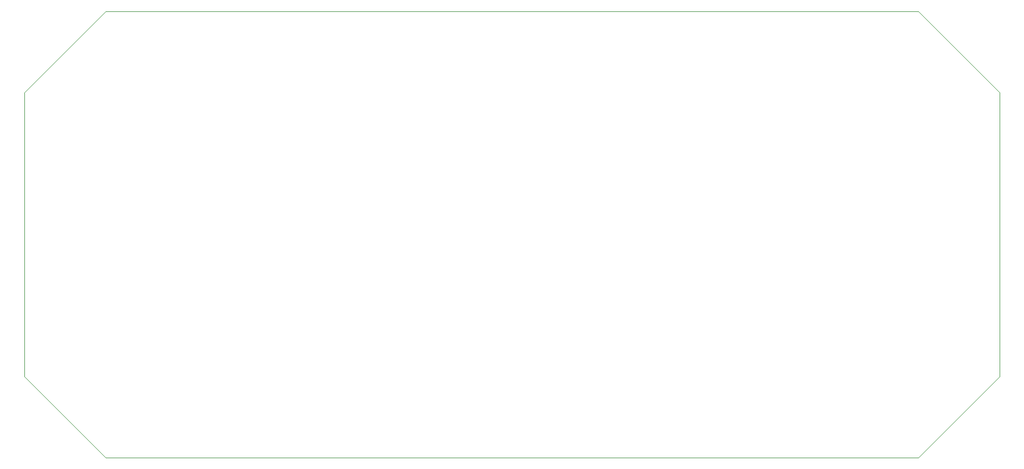
<source format=gbr>
%TF.GenerationSoftware,KiCad,Pcbnew,5.1.12-5.1.12*%
%TF.CreationDate,2022-01-05T21:47:22+02:00*%
%TF.ProjectId,gb_1_0_pico,67625f31-5f30-45f7-9069-636f2e6b6963,rev?*%
%TF.SameCoordinates,Original*%
%TF.FileFunction,Profile,NP*%
%FSLAX46Y46*%
G04 Gerber Fmt 4.6, Leading zero omitted, Abs format (unit mm)*
G04 Created by KiCad (PCBNEW 5.1.12-5.1.12) date 2022-01-05 21:47:22*
%MOMM*%
%LPD*%
G01*
G04 APERTURE LIST*
%TA.AperFunction,Profile*%
%ADD10C,0.050000*%
%TD*%
G04 APERTURE END LIST*
D10*
X202400000Y-107150000D02*
X202400000Y-62700000D01*
X50000000Y-107150000D02*
X50000000Y-62700000D01*
X50000000Y-107150000D02*
X62700000Y-119850000D01*
X189700000Y-119850000D02*
X202400000Y-107150000D01*
X189700000Y-50000000D02*
X202400000Y-62700000D01*
X50000000Y-62700000D02*
X62700000Y-50000000D01*
X189700000Y-119850000D02*
X62700000Y-119850000D01*
X62700000Y-50000000D02*
X189700000Y-50000000D01*
M02*

</source>
